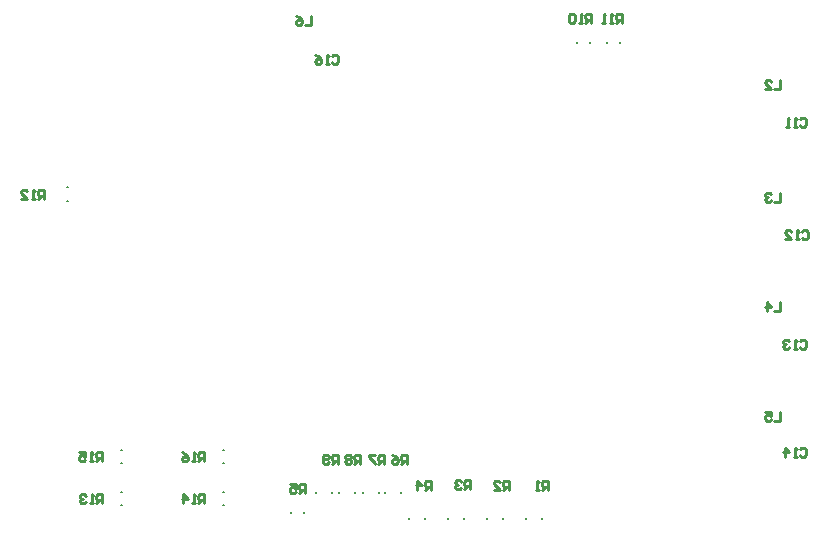
<source format=gbr>
%TF.GenerationSoftware,Altium Limited,Altium Designer,19.1.8 (144)*%
G04 Layer_Color=32896*
%FSLAX23Y23*%
%MOIN*%
%TF.FileFunction,Legend,Bot*%
%TF.Part,Single*%
G01*
G75*
%TA.AperFunction,NonConductor*%
%ADD41C,0.008*%
%ADD42C,0.010*%
D41*
X1072Y111D02*
Y115D01*
X1028Y111D02*
X1028Y115D01*
X2083Y1678D02*
Y1682D01*
X2127Y1678D02*
X2127Y1682D01*
X1983Y1678D02*
Y1682D01*
X2027Y1678D02*
X2027Y1682D01*
X283Y1199D02*
X287D01*
X283Y1151D02*
X287D01*
X1476Y93D02*
Y97D01*
X1424Y93D02*
Y97D01*
X1554Y93D02*
Y97D01*
X1606Y93D02*
Y97D01*
X1684Y93D02*
Y97D01*
X1736Y93D02*
Y97D01*
X1866Y92D02*
Y96D01*
X1814Y92D02*
Y96D01*
X463Y322D02*
X467D01*
X463Y278D02*
X467D01*
X461Y182D02*
X465D01*
X461Y138D02*
X465D01*
X803Y322D02*
X807D01*
X803Y278D02*
X807D01*
X803Y182D02*
X807D01*
X803Y138D02*
X807D01*
X1114Y178D02*
Y182D01*
X1166Y178D02*
Y182D01*
X1189Y178D02*
Y182D01*
X1241Y178D02*
Y182D01*
X1269Y178D02*
Y182D01*
X1321Y178D02*
Y182D01*
X1344Y178D02*
Y182D01*
X1396Y178D02*
Y182D01*
D42*
X1095Y1770D02*
Y1740D01*
X1075D01*
X1045Y1770D02*
X1055Y1765D01*
X1065Y1755D01*
Y1745D01*
X1060Y1740D01*
X1050D01*
X1045Y1745D01*
Y1750D01*
X1050Y1755D01*
X1065D01*
X740Y285D02*
Y315D01*
X725D01*
X720Y310D01*
Y300D01*
X725Y295D01*
X740D01*
X730D02*
X720Y285D01*
X710D02*
X700D01*
X705D01*
Y315D01*
X710Y310D01*
X665Y315D02*
X675Y310D01*
X685Y300D01*
Y290D01*
X680Y285D01*
X670D01*
X665Y290D01*
Y295D01*
X670Y300D01*
X685D01*
X398Y285D02*
Y315D01*
X383D01*
X378Y310D01*
Y300D01*
X383Y295D01*
X398D01*
X388D02*
X378Y285D01*
X368D02*
X358D01*
X363D01*
Y315D01*
X368Y310D01*
X323Y315D02*
X343D01*
Y300D01*
X333Y305D01*
X328D01*
X323Y300D01*
Y290D01*
X328Y285D01*
X338D01*
X343Y290D01*
X740Y145D02*
Y175D01*
X725D01*
X720Y170D01*
Y160D01*
X725Y155D01*
X740D01*
X730D02*
X720Y145D01*
X710D02*
X700D01*
X705D01*
Y175D01*
X710Y170D01*
X670Y145D02*
Y175D01*
X685Y160D01*
X665D01*
X400Y145D02*
Y175D01*
X385D01*
X380Y170D01*
Y160D01*
X385Y155D01*
X400D01*
X390D02*
X380Y145D01*
X370D02*
X360D01*
X365D01*
Y175D01*
X370Y170D01*
X345D02*
X340Y175D01*
X330D01*
X325Y170D01*
Y165D01*
X330Y160D01*
X335D01*
X330D01*
X325Y155D01*
Y150D01*
X330Y145D01*
X340D01*
X345Y150D01*
X205Y1160D02*
Y1190D01*
X190D01*
X185Y1185D01*
Y1175D01*
X190Y1170D01*
X205D01*
X195D02*
X185Y1160D01*
X175D02*
X165D01*
X170D01*
Y1190D01*
X175Y1185D01*
X130Y1160D02*
X150D01*
X130Y1180D01*
Y1185D01*
X135Y1190D01*
X145D01*
X150Y1185D01*
X2131Y1746D02*
Y1776D01*
X2116D01*
X2111Y1771D01*
Y1761D01*
X2116Y1756D01*
X2131D01*
X2121D02*
X2111Y1746D01*
X2101D02*
X2091D01*
X2096D01*
Y1776D01*
X2101Y1771D01*
X2076Y1746D02*
X2066D01*
X2071D01*
Y1776D01*
X2076Y1771D01*
X2030Y1747D02*
Y1777D01*
X2015D01*
X2010Y1772D01*
Y1762D01*
X2015Y1757D01*
X2030D01*
X2020D02*
X2010Y1747D01*
X2000D02*
X1990D01*
X1995D01*
Y1777D01*
X2000Y1772D01*
X1975D02*
X1970Y1777D01*
X1960D01*
X1955Y1772D01*
Y1752D01*
X1960Y1747D01*
X1970D01*
X1975Y1752D01*
Y1772D01*
X1185Y276D02*
Y306D01*
X1170D01*
X1165Y301D01*
Y291D01*
X1170Y286D01*
X1185D01*
X1175D02*
X1165Y276D01*
X1155Y281D02*
X1150Y276D01*
X1140D01*
X1135Y281D01*
Y301D01*
X1140Y306D01*
X1150D01*
X1155Y301D01*
Y296D01*
X1150Y291D01*
X1135D01*
X1260Y276D02*
Y306D01*
X1245D01*
X1240Y301D01*
Y291D01*
X1245Y286D01*
X1260D01*
X1250D02*
X1240Y276D01*
X1230Y301D02*
X1225Y306D01*
X1215D01*
X1210Y301D01*
Y296D01*
X1215Y291D01*
X1210Y286D01*
Y281D01*
X1215Y276D01*
X1225D01*
X1230Y281D01*
Y286D01*
X1225Y291D01*
X1230Y296D01*
Y301D01*
X1225Y291D02*
X1215D01*
X1340Y275D02*
Y305D01*
X1325D01*
X1320Y300D01*
Y290D01*
X1325Y285D01*
X1340D01*
X1330D02*
X1320Y275D01*
X1310Y305D02*
X1290D01*
Y300D01*
X1310Y280D01*
Y275D01*
X1415Y276D02*
Y306D01*
X1400D01*
X1395Y301D01*
Y291D01*
X1400Y286D01*
X1415D01*
X1405D02*
X1395Y276D01*
X1365Y306D02*
X1375Y301D01*
X1385Y291D01*
Y281D01*
X1380Y276D01*
X1370D01*
X1365Y281D01*
Y286D01*
X1370Y291D01*
X1385D01*
X1075Y178D02*
Y208D01*
X1060D01*
X1055Y203D01*
Y193D01*
X1060Y188D01*
X1075D01*
X1065D02*
X1055Y178D01*
X1025Y208D02*
X1045D01*
Y193D01*
X1035Y198D01*
X1030D01*
X1025Y193D01*
Y183D01*
X1030Y178D01*
X1040D01*
X1045Y183D01*
X1495Y190D02*
Y220D01*
X1480D01*
X1475Y215D01*
Y205D01*
X1480Y200D01*
X1495D01*
X1485D02*
X1475Y190D01*
X1450D02*
Y220D01*
X1465Y205D01*
X1445D01*
X1626Y191D02*
Y221D01*
X1611D01*
X1606Y216D01*
Y206D01*
X1611Y201D01*
X1626D01*
X1616D02*
X1606Y191D01*
X1596Y216D02*
X1591Y221D01*
X1581D01*
X1576Y216D01*
Y211D01*
X1581Y206D01*
X1586D01*
X1581D01*
X1576Y201D01*
Y196D01*
X1581Y191D01*
X1591D01*
X1596Y196D01*
X1755Y190D02*
Y220D01*
X1740D01*
X1735Y215D01*
Y205D01*
X1740Y200D01*
X1755D01*
X1745D02*
X1735Y190D01*
X1705D02*
X1725D01*
X1705Y210D01*
Y215D01*
X1710Y220D01*
X1720D01*
X1725Y215D01*
X1885Y190D02*
Y220D01*
X1870D01*
X1865Y215D01*
Y205D01*
X1870Y200D01*
X1885D01*
X1875D02*
X1865Y190D01*
X1855D02*
X1845D01*
X1850D01*
Y220D01*
X1855Y215D01*
X2660Y450D02*
Y420D01*
X2640D01*
X2610Y450D02*
X2630D01*
Y435D01*
X2620Y440D01*
X2615D01*
X2610Y435D01*
Y425D01*
X2615Y420D01*
X2625D01*
X2630Y425D01*
X2660Y815D02*
Y785D01*
X2640D01*
X2615D02*
Y815D01*
X2630Y800D01*
X2610D01*
X2660Y1180D02*
Y1150D01*
X2640D01*
X2630Y1175D02*
X2625Y1180D01*
X2615D01*
X2610Y1175D01*
Y1170D01*
X2615Y1165D01*
X2620D01*
X2615D01*
X2610Y1160D01*
Y1155D01*
X2615Y1150D01*
X2625D01*
X2630Y1155D01*
X2660Y1555D02*
Y1525D01*
X2640D01*
X2610D02*
X2630D01*
X2610Y1545D01*
Y1550D01*
X2615Y1555D01*
X2625D01*
X2630Y1550D01*
X1165Y1635D02*
X1170Y1640D01*
X1180D01*
X1185Y1635D01*
Y1615D01*
X1180Y1610D01*
X1170D01*
X1165Y1615D01*
X1155Y1610D02*
X1145D01*
X1150D01*
Y1640D01*
X1155Y1635D01*
X1110Y1640D02*
X1120Y1635D01*
X1130Y1625D01*
Y1615D01*
X1125Y1610D01*
X1115D01*
X1110Y1615D01*
Y1620D01*
X1115Y1625D01*
X1130D01*
X2725Y325D02*
X2730Y330D01*
X2740D01*
X2745Y325D01*
Y305D01*
X2740Y300D01*
X2730D01*
X2725Y305D01*
X2715Y300D02*
X2705D01*
X2710D01*
Y330D01*
X2715Y325D01*
X2675Y300D02*
Y330D01*
X2690Y315D01*
X2670D01*
X2725Y685D02*
X2730Y690D01*
X2740D01*
X2745Y685D01*
Y665D01*
X2740Y660D01*
X2730D01*
X2725Y665D01*
X2715Y660D02*
X2705D01*
X2710D01*
Y690D01*
X2715Y685D01*
X2690D02*
X2685Y690D01*
X2675D01*
X2670Y685D01*
Y680D01*
X2675Y675D01*
X2680D01*
X2675D01*
X2670Y670D01*
Y665D01*
X2675Y660D01*
X2685D01*
X2690Y665D01*
X2731Y1050D02*
X2736Y1055D01*
X2746D01*
X2751Y1050D01*
Y1030D01*
X2746Y1025D01*
X2736D01*
X2731Y1030D01*
X2721Y1025D02*
X2711D01*
X2716D01*
Y1055D01*
X2721Y1050D01*
X2676Y1025D02*
X2696D01*
X2676Y1045D01*
Y1050D01*
X2681Y1055D01*
X2691D01*
X2696Y1050D01*
X2725Y1425D02*
X2730Y1430D01*
X2740D01*
X2745Y1425D01*
Y1405D01*
X2740Y1400D01*
X2730D01*
X2725Y1405D01*
X2715Y1400D02*
X2705D01*
X2710D01*
Y1430D01*
X2715Y1425D01*
X2690Y1400D02*
X2680D01*
X2685D01*
Y1430D01*
X2690Y1425D01*
%TF.MD5,8120d695d6fafa7d17cdc9722047fab3*%
M02*

</source>
